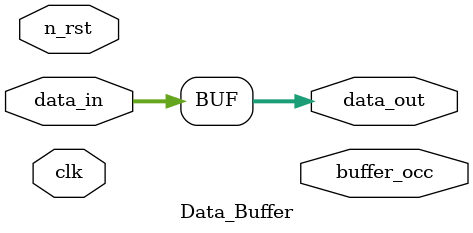
<source format=sv>
`timescale 1ns/1ps

module Data_Buffer #(
    parameter SIZE = 32
) ( input logic clk, n_rst,
    input logic [31:0] data_in,
    output logic [31:0] data_out,
    output logic [4:0] buffer_occ
);
    assign data_out = data_in; //temp code 
endmodule

</source>
